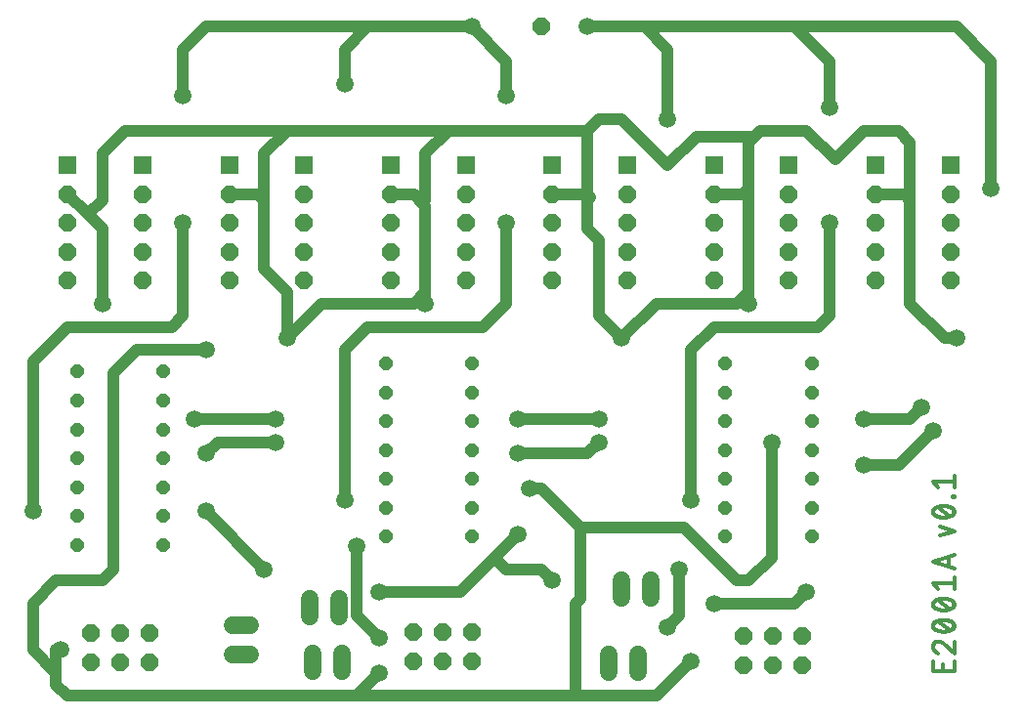
<source format=gbr>
G04 EAGLE Gerber RS-274X export*
G75*
%MOMM*%
%FSLAX34Y34*%
%LPD*%
%INTop Copper*%
%IPPOS*%
%AMOC8*
5,1,8,0,0,1.08239X$1,22.5*%
G01*
%ADD10C,0.355600*%
%ADD11C,1.524000*%
%ADD12P,1.649562X8X22.500000*%
%ADD13P,1.199288X8X22.500000*%
%ADD14R,1.508000X1.508000*%
%ADD15P,1.632244X8X22.500000*%
%ADD16C,1.500000*%
%ADD17C,1.016000*%


D10*
X878222Y89906D02*
X878222Y81778D01*
X859934Y81778D01*
X859934Y89906D01*
X868062Y87874D02*
X868062Y81778D01*
X859934Y102762D02*
X859936Y102895D01*
X859942Y103028D01*
X859951Y103160D01*
X859965Y103293D01*
X859982Y103425D01*
X860003Y103556D01*
X860028Y103687D01*
X860057Y103816D01*
X860090Y103945D01*
X860126Y104073D01*
X860166Y104200D01*
X860210Y104326D01*
X860257Y104450D01*
X860308Y104573D01*
X860362Y104694D01*
X860420Y104814D01*
X860482Y104932D01*
X860547Y105048D01*
X860615Y105162D01*
X860686Y105274D01*
X860761Y105384D01*
X860839Y105492D01*
X860920Y105598D01*
X861004Y105701D01*
X861091Y105801D01*
X861180Y105899D01*
X861273Y105995D01*
X861369Y106088D01*
X861467Y106177D01*
X861567Y106264D01*
X861670Y106348D01*
X861776Y106429D01*
X861884Y106507D01*
X861994Y106582D01*
X862106Y106653D01*
X862220Y106721D01*
X862336Y106786D01*
X862454Y106848D01*
X862574Y106906D01*
X862695Y106960D01*
X862818Y107011D01*
X862942Y107058D01*
X863068Y107102D01*
X863195Y107142D01*
X863323Y107178D01*
X863452Y107211D01*
X863581Y107240D01*
X863712Y107265D01*
X863843Y107286D01*
X863975Y107303D01*
X864108Y107317D01*
X864240Y107326D01*
X864373Y107332D01*
X864506Y107334D01*
X859934Y102762D02*
X859936Y102611D01*
X859942Y102461D01*
X859951Y102310D01*
X859965Y102160D01*
X859982Y102010D01*
X860004Y101861D01*
X860029Y101712D01*
X860057Y101564D01*
X860090Y101417D01*
X860126Y101271D01*
X860167Y101126D01*
X860210Y100981D01*
X860258Y100838D01*
X860309Y100697D01*
X860364Y100556D01*
X860422Y100417D01*
X860484Y100280D01*
X860550Y100144D01*
X860619Y100010D01*
X860691Y99878D01*
X860767Y99747D01*
X860846Y99619D01*
X860928Y99492D01*
X861014Y99368D01*
X861102Y99246D01*
X861194Y99127D01*
X861289Y99010D01*
X861387Y98895D01*
X861487Y98783D01*
X861591Y98673D01*
X861697Y98566D01*
X861806Y98462D01*
X861918Y98361D01*
X862032Y98262D01*
X862149Y98167D01*
X862268Y98075D01*
X862389Y97985D01*
X862513Y97899D01*
X862639Y97816D01*
X862767Y97737D01*
X862897Y97660D01*
X863029Y97587D01*
X863162Y97517D01*
X863298Y97451D01*
X863435Y97389D01*
X863574Y97330D01*
X863714Y97274D01*
X863855Y97222D01*
X863998Y97174D01*
X868062Y105811D02*
X867966Y105909D01*
X867868Y106004D01*
X867766Y106097D01*
X867663Y106186D01*
X867556Y106273D01*
X867448Y106357D01*
X867337Y106437D01*
X867224Y106515D01*
X867108Y106589D01*
X866991Y106660D01*
X866872Y106728D01*
X866751Y106792D01*
X866628Y106853D01*
X866503Y106910D01*
X866377Y106964D01*
X866250Y107015D01*
X866121Y107062D01*
X865991Y107105D01*
X865860Y107145D01*
X865727Y107181D01*
X865594Y107213D01*
X865460Y107241D01*
X865325Y107266D01*
X865189Y107287D01*
X865053Y107304D01*
X864917Y107318D01*
X864780Y107327D01*
X864643Y107333D01*
X864506Y107335D01*
X868062Y105810D02*
X878222Y97174D01*
X878222Y107334D01*
X869078Y115712D02*
X868718Y115716D01*
X868359Y115729D01*
X868000Y115751D01*
X867641Y115781D01*
X867283Y115819D01*
X866927Y115866D01*
X866571Y115922D01*
X866217Y115986D01*
X865865Y116059D01*
X865514Y116139D01*
X865166Y116229D01*
X864819Y116326D01*
X864475Y116432D01*
X864134Y116546D01*
X863796Y116668D01*
X863460Y116798D01*
X863128Y116936D01*
X862799Y117082D01*
X862474Y117236D01*
X862474Y117237D02*
X862361Y117278D01*
X862250Y117322D01*
X862141Y117370D01*
X862033Y117421D01*
X861926Y117475D01*
X861822Y117533D01*
X861719Y117594D01*
X861618Y117659D01*
X861519Y117726D01*
X861423Y117797D01*
X861329Y117871D01*
X861237Y117947D01*
X861148Y118027D01*
X861061Y118109D01*
X860977Y118194D01*
X860896Y118282D01*
X860817Y118372D01*
X860742Y118465D01*
X860669Y118560D01*
X860600Y118657D01*
X860533Y118756D01*
X860470Y118858D01*
X860410Y118961D01*
X860354Y119067D01*
X860301Y119174D01*
X860251Y119283D01*
X860205Y119393D01*
X860162Y119504D01*
X860123Y119617D01*
X860087Y119732D01*
X860055Y119847D01*
X860027Y119963D01*
X860002Y120080D01*
X859981Y120198D01*
X859964Y120316D01*
X859951Y120435D01*
X859942Y120554D01*
X859936Y120673D01*
X859934Y120793D01*
X859936Y120913D01*
X859942Y121032D01*
X859951Y121151D01*
X859964Y121270D01*
X859981Y121388D01*
X860002Y121506D01*
X860027Y121623D01*
X860055Y121739D01*
X860087Y121854D01*
X860123Y121969D01*
X860162Y122082D01*
X860205Y122193D01*
X860251Y122303D01*
X860301Y122412D01*
X860354Y122519D01*
X860410Y122625D01*
X860470Y122728D01*
X860533Y122830D01*
X860600Y122929D01*
X860669Y123026D01*
X860742Y123121D01*
X860817Y123214D01*
X860896Y123304D01*
X860977Y123392D01*
X861061Y123477D01*
X861148Y123559D01*
X861237Y123639D01*
X861329Y123715D01*
X861423Y123789D01*
X861519Y123860D01*
X861618Y123927D01*
X861719Y123992D01*
X861822Y124053D01*
X861926Y124111D01*
X862033Y124165D01*
X862141Y124216D01*
X862250Y124264D01*
X862361Y124308D01*
X862474Y124349D01*
X862799Y124503D01*
X863128Y124649D01*
X863460Y124787D01*
X863796Y124917D01*
X864134Y125039D01*
X864475Y125153D01*
X864819Y125259D01*
X865166Y125356D01*
X865514Y125446D01*
X865865Y125526D01*
X866217Y125599D01*
X866571Y125663D01*
X866927Y125719D01*
X867283Y125766D01*
X867641Y125804D01*
X868000Y125834D01*
X868359Y125856D01*
X868718Y125869D01*
X869078Y125873D01*
X869078Y115712D02*
X869438Y115716D01*
X869797Y115729D01*
X870156Y115751D01*
X870515Y115781D01*
X870873Y115819D01*
X871229Y115866D01*
X871585Y115922D01*
X871939Y115986D01*
X872291Y116059D01*
X872642Y116139D01*
X872990Y116229D01*
X873337Y116326D01*
X873681Y116432D01*
X874022Y116546D01*
X874360Y116668D01*
X874696Y116798D01*
X875028Y116936D01*
X875357Y117082D01*
X875682Y117236D01*
X875682Y117237D02*
X875795Y117278D01*
X875906Y117322D01*
X876015Y117370D01*
X876123Y117421D01*
X876230Y117475D01*
X876334Y117533D01*
X876437Y117594D01*
X876538Y117659D01*
X876637Y117726D01*
X876733Y117797D01*
X876827Y117871D01*
X876919Y117947D01*
X877008Y118027D01*
X877095Y118109D01*
X877179Y118194D01*
X877260Y118282D01*
X877339Y118372D01*
X877414Y118465D01*
X877487Y118560D01*
X877556Y118657D01*
X877623Y118756D01*
X877686Y118858D01*
X877746Y118961D01*
X877802Y119067D01*
X877855Y119174D01*
X877905Y119283D01*
X877951Y119393D01*
X877994Y119504D01*
X878033Y119617D01*
X878069Y119732D01*
X878101Y119847D01*
X878129Y119963D01*
X878154Y120080D01*
X878175Y120198D01*
X878192Y120316D01*
X878205Y120435D01*
X878214Y120554D01*
X878220Y120673D01*
X878222Y120793D01*
X875682Y124349D02*
X875357Y124503D01*
X875028Y124649D01*
X874696Y124787D01*
X874360Y124917D01*
X874022Y125039D01*
X873681Y125153D01*
X873337Y125259D01*
X872990Y125356D01*
X872642Y125446D01*
X872291Y125526D01*
X871939Y125599D01*
X871585Y125663D01*
X871229Y125719D01*
X870873Y125766D01*
X870515Y125804D01*
X870156Y125834D01*
X869797Y125856D01*
X869438Y125869D01*
X869078Y125873D01*
X875682Y124349D02*
X875795Y124308D01*
X875906Y124264D01*
X876015Y124216D01*
X876123Y124165D01*
X876230Y124111D01*
X876334Y124053D01*
X876437Y123992D01*
X876538Y123927D01*
X876637Y123860D01*
X876733Y123789D01*
X876827Y123715D01*
X876919Y123639D01*
X877008Y123559D01*
X877095Y123477D01*
X877179Y123392D01*
X877260Y123304D01*
X877339Y123214D01*
X877414Y123121D01*
X877487Y123026D01*
X877556Y122929D01*
X877623Y122830D01*
X877686Y122728D01*
X877746Y122625D01*
X877802Y122519D01*
X877855Y122412D01*
X877905Y122303D01*
X877951Y122193D01*
X877994Y122082D01*
X878033Y121969D01*
X878069Y121854D01*
X878101Y121739D01*
X878129Y121623D01*
X878154Y121506D01*
X878175Y121388D01*
X878192Y121270D01*
X878205Y121151D01*
X878214Y121032D01*
X878220Y120913D01*
X878222Y120793D01*
X874158Y116729D02*
X863998Y124857D01*
X869078Y134251D02*
X868718Y134255D01*
X868359Y134268D01*
X868000Y134290D01*
X867641Y134320D01*
X867283Y134358D01*
X866927Y134405D01*
X866571Y134461D01*
X866217Y134525D01*
X865865Y134598D01*
X865514Y134678D01*
X865166Y134768D01*
X864819Y134865D01*
X864475Y134971D01*
X864134Y135085D01*
X863796Y135207D01*
X863460Y135337D01*
X863128Y135475D01*
X862799Y135621D01*
X862474Y135775D01*
X862361Y135816D01*
X862250Y135860D01*
X862141Y135908D01*
X862033Y135959D01*
X861926Y136013D01*
X861822Y136071D01*
X861719Y136132D01*
X861618Y136197D01*
X861519Y136264D01*
X861423Y136335D01*
X861329Y136409D01*
X861237Y136485D01*
X861148Y136565D01*
X861061Y136647D01*
X860977Y136732D01*
X860896Y136820D01*
X860817Y136910D01*
X860742Y137003D01*
X860669Y137098D01*
X860600Y137195D01*
X860533Y137294D01*
X860470Y137396D01*
X860410Y137499D01*
X860354Y137605D01*
X860301Y137712D01*
X860251Y137821D01*
X860205Y137931D01*
X860162Y138042D01*
X860123Y138155D01*
X860087Y138270D01*
X860055Y138385D01*
X860027Y138501D01*
X860002Y138618D01*
X859981Y138736D01*
X859964Y138854D01*
X859951Y138973D01*
X859942Y139092D01*
X859936Y139211D01*
X859934Y139331D01*
X859936Y139451D01*
X859942Y139570D01*
X859951Y139689D01*
X859964Y139808D01*
X859981Y139926D01*
X860002Y140044D01*
X860027Y140161D01*
X860055Y140277D01*
X860087Y140392D01*
X860123Y140507D01*
X860162Y140620D01*
X860205Y140731D01*
X860251Y140841D01*
X860301Y140950D01*
X860354Y141057D01*
X860410Y141163D01*
X860470Y141266D01*
X860533Y141368D01*
X860600Y141467D01*
X860669Y141564D01*
X860742Y141659D01*
X860817Y141752D01*
X860896Y141842D01*
X860977Y141930D01*
X861061Y142015D01*
X861148Y142097D01*
X861237Y142177D01*
X861329Y142253D01*
X861423Y142327D01*
X861519Y142398D01*
X861618Y142465D01*
X861719Y142530D01*
X861822Y142591D01*
X861926Y142649D01*
X862033Y142703D01*
X862141Y142754D01*
X862250Y142802D01*
X862361Y142846D01*
X862474Y142887D01*
X862799Y143041D01*
X863128Y143187D01*
X863460Y143325D01*
X863796Y143455D01*
X864134Y143577D01*
X864475Y143691D01*
X864819Y143797D01*
X865166Y143894D01*
X865514Y143984D01*
X865865Y144064D01*
X866217Y144137D01*
X866571Y144201D01*
X866927Y144257D01*
X867283Y144304D01*
X867641Y144342D01*
X868000Y144372D01*
X868359Y144394D01*
X868718Y144407D01*
X869078Y144411D01*
X869078Y134251D02*
X869438Y134255D01*
X869797Y134268D01*
X870156Y134290D01*
X870515Y134320D01*
X870873Y134358D01*
X871229Y134405D01*
X871585Y134461D01*
X871939Y134525D01*
X872291Y134598D01*
X872642Y134678D01*
X872990Y134768D01*
X873337Y134865D01*
X873681Y134971D01*
X874022Y135085D01*
X874360Y135207D01*
X874696Y135337D01*
X875028Y135475D01*
X875357Y135621D01*
X875682Y135775D01*
X875795Y135816D01*
X875906Y135860D01*
X876015Y135908D01*
X876123Y135959D01*
X876230Y136013D01*
X876334Y136071D01*
X876437Y136132D01*
X876538Y136197D01*
X876637Y136264D01*
X876733Y136335D01*
X876827Y136409D01*
X876919Y136485D01*
X877008Y136565D01*
X877095Y136647D01*
X877179Y136732D01*
X877260Y136820D01*
X877339Y136910D01*
X877414Y137003D01*
X877487Y137098D01*
X877556Y137195D01*
X877623Y137294D01*
X877686Y137396D01*
X877746Y137499D01*
X877802Y137605D01*
X877855Y137712D01*
X877905Y137821D01*
X877951Y137931D01*
X877994Y138042D01*
X878033Y138155D01*
X878069Y138270D01*
X878101Y138385D01*
X878129Y138501D01*
X878154Y138618D01*
X878175Y138736D01*
X878192Y138854D01*
X878205Y138973D01*
X878214Y139092D01*
X878220Y139211D01*
X878222Y139331D01*
X875682Y142887D02*
X875357Y143041D01*
X875028Y143187D01*
X874696Y143325D01*
X874360Y143455D01*
X874022Y143577D01*
X873681Y143691D01*
X873337Y143797D01*
X872990Y143894D01*
X872642Y143984D01*
X872291Y144064D01*
X871939Y144137D01*
X871585Y144201D01*
X871229Y144257D01*
X870873Y144304D01*
X870515Y144342D01*
X870156Y144372D01*
X869797Y144394D01*
X869438Y144407D01*
X869078Y144411D01*
X875682Y142887D02*
X875795Y142846D01*
X875906Y142802D01*
X876015Y142754D01*
X876123Y142703D01*
X876230Y142649D01*
X876334Y142591D01*
X876437Y142530D01*
X876538Y142465D01*
X876637Y142398D01*
X876733Y142327D01*
X876827Y142253D01*
X876919Y142177D01*
X877008Y142097D01*
X877095Y142015D01*
X877179Y141930D01*
X877260Y141842D01*
X877339Y141752D01*
X877414Y141659D01*
X877487Y141564D01*
X877556Y141467D01*
X877623Y141368D01*
X877686Y141266D01*
X877746Y141163D01*
X877802Y141057D01*
X877855Y140950D01*
X877905Y140841D01*
X877951Y140731D01*
X877994Y140620D01*
X878033Y140507D01*
X878069Y140392D01*
X878101Y140277D01*
X878129Y140161D01*
X878154Y140044D01*
X878175Y139926D01*
X878192Y139808D01*
X878205Y139689D01*
X878214Y139570D01*
X878220Y139451D01*
X878222Y139331D01*
X874158Y135267D02*
X863998Y143395D01*
X863998Y152789D02*
X859934Y157869D01*
X878222Y157869D01*
X878222Y152789D02*
X878222Y162949D01*
X878222Y170312D02*
X859934Y176408D01*
X878222Y182504D01*
X873650Y180980D02*
X873650Y171836D01*
X866030Y198915D02*
X878222Y202979D01*
X866030Y207043D01*
X869078Y214583D02*
X868718Y214587D01*
X868359Y214600D01*
X868000Y214622D01*
X867641Y214652D01*
X867283Y214690D01*
X866927Y214737D01*
X866571Y214793D01*
X866217Y214857D01*
X865865Y214930D01*
X865514Y215010D01*
X865166Y215100D01*
X864819Y215197D01*
X864475Y215303D01*
X864134Y215417D01*
X863796Y215539D01*
X863460Y215669D01*
X863128Y215807D01*
X862799Y215953D01*
X862474Y216107D01*
X862474Y216108D02*
X862361Y216149D01*
X862250Y216193D01*
X862141Y216241D01*
X862033Y216292D01*
X861926Y216346D01*
X861822Y216404D01*
X861719Y216465D01*
X861618Y216530D01*
X861519Y216597D01*
X861423Y216668D01*
X861329Y216742D01*
X861237Y216818D01*
X861148Y216898D01*
X861061Y216980D01*
X860977Y217065D01*
X860896Y217153D01*
X860817Y217243D01*
X860742Y217336D01*
X860669Y217431D01*
X860600Y217528D01*
X860533Y217627D01*
X860470Y217729D01*
X860410Y217832D01*
X860354Y217938D01*
X860301Y218045D01*
X860251Y218154D01*
X860205Y218264D01*
X860162Y218375D01*
X860123Y218488D01*
X860087Y218603D01*
X860055Y218718D01*
X860027Y218834D01*
X860002Y218951D01*
X859981Y219069D01*
X859964Y219187D01*
X859951Y219306D01*
X859942Y219425D01*
X859936Y219544D01*
X859934Y219664D01*
X859936Y219784D01*
X859942Y219903D01*
X859951Y220022D01*
X859964Y220141D01*
X859981Y220259D01*
X860002Y220377D01*
X860027Y220494D01*
X860055Y220610D01*
X860087Y220725D01*
X860123Y220840D01*
X860162Y220953D01*
X860205Y221064D01*
X860251Y221174D01*
X860301Y221283D01*
X860354Y221390D01*
X860410Y221496D01*
X860470Y221599D01*
X860533Y221701D01*
X860600Y221800D01*
X860669Y221897D01*
X860742Y221992D01*
X860817Y222085D01*
X860896Y222175D01*
X860977Y222263D01*
X861061Y222348D01*
X861148Y222430D01*
X861237Y222510D01*
X861329Y222586D01*
X861423Y222660D01*
X861519Y222731D01*
X861618Y222798D01*
X861719Y222863D01*
X861822Y222924D01*
X861926Y222982D01*
X862033Y223036D01*
X862141Y223087D01*
X862250Y223135D01*
X862361Y223179D01*
X862474Y223220D01*
X862799Y223374D01*
X863128Y223520D01*
X863460Y223658D01*
X863796Y223788D01*
X864134Y223910D01*
X864475Y224024D01*
X864819Y224130D01*
X865166Y224227D01*
X865514Y224317D01*
X865865Y224397D01*
X866217Y224470D01*
X866571Y224534D01*
X866927Y224590D01*
X867283Y224637D01*
X867641Y224675D01*
X868000Y224705D01*
X868359Y224727D01*
X868718Y224740D01*
X869078Y224744D01*
X869078Y214583D02*
X869438Y214587D01*
X869797Y214600D01*
X870156Y214622D01*
X870515Y214652D01*
X870873Y214690D01*
X871229Y214737D01*
X871585Y214793D01*
X871939Y214857D01*
X872291Y214930D01*
X872642Y215010D01*
X872990Y215100D01*
X873337Y215197D01*
X873681Y215303D01*
X874022Y215417D01*
X874360Y215539D01*
X874696Y215669D01*
X875028Y215807D01*
X875357Y215953D01*
X875682Y216107D01*
X875682Y216108D02*
X875795Y216149D01*
X875906Y216193D01*
X876015Y216241D01*
X876123Y216292D01*
X876230Y216346D01*
X876334Y216404D01*
X876437Y216465D01*
X876538Y216530D01*
X876637Y216597D01*
X876733Y216668D01*
X876827Y216742D01*
X876919Y216818D01*
X877008Y216898D01*
X877095Y216980D01*
X877179Y217065D01*
X877260Y217153D01*
X877339Y217243D01*
X877414Y217336D01*
X877487Y217431D01*
X877556Y217528D01*
X877623Y217627D01*
X877686Y217729D01*
X877746Y217832D01*
X877802Y217938D01*
X877855Y218045D01*
X877905Y218154D01*
X877951Y218264D01*
X877994Y218375D01*
X878033Y218488D01*
X878069Y218603D01*
X878101Y218718D01*
X878129Y218834D01*
X878154Y218951D01*
X878175Y219069D01*
X878192Y219187D01*
X878205Y219306D01*
X878214Y219425D01*
X878220Y219544D01*
X878222Y219664D01*
X875682Y223220D02*
X875357Y223374D01*
X875028Y223520D01*
X874696Y223658D01*
X874360Y223788D01*
X874022Y223910D01*
X873681Y224024D01*
X873337Y224130D01*
X872990Y224227D01*
X872642Y224317D01*
X872291Y224397D01*
X871939Y224470D01*
X871585Y224534D01*
X871229Y224590D01*
X870873Y224637D01*
X870515Y224675D01*
X870156Y224705D01*
X869797Y224727D01*
X869438Y224740D01*
X869078Y224744D01*
X875682Y223220D02*
X875795Y223179D01*
X875906Y223135D01*
X876015Y223087D01*
X876123Y223036D01*
X876230Y222982D01*
X876334Y222924D01*
X876437Y222863D01*
X876538Y222798D01*
X876637Y222731D01*
X876733Y222660D01*
X876827Y222586D01*
X876919Y222510D01*
X877008Y222430D01*
X877095Y222348D01*
X877179Y222263D01*
X877260Y222175D01*
X877339Y222085D01*
X877414Y221992D01*
X877487Y221897D01*
X877556Y221800D01*
X877623Y221701D01*
X877686Y221599D01*
X877746Y221496D01*
X877802Y221390D01*
X877855Y221283D01*
X877905Y221174D01*
X877951Y221064D01*
X877994Y220953D01*
X878033Y220840D01*
X878069Y220725D01*
X878101Y220610D01*
X878129Y220494D01*
X878154Y220377D01*
X878175Y220259D01*
X878192Y220141D01*
X878205Y220022D01*
X878214Y219903D01*
X878220Y219784D01*
X878222Y219664D01*
X874158Y215600D02*
X863998Y223728D01*
X877206Y232133D02*
X878222Y232133D01*
X877206Y232133D02*
X877206Y233149D01*
X878222Y233149D01*
X878222Y232133D01*
X863998Y240537D02*
X859934Y245617D01*
X878222Y245617D01*
X878222Y240537D02*
X878222Y250697D01*
D11*
X268120Y121600D02*
X252880Y121600D01*
X252880Y96200D02*
X268120Y96200D01*
D12*
X409200Y89900D03*
X409200Y115300D03*
X434600Y89900D03*
X434600Y115300D03*
X460000Y89900D03*
X460000Y115300D03*
X130300Y88900D03*
X130300Y114300D03*
X155700Y88900D03*
X155700Y114300D03*
X181100Y88900D03*
X181100Y114300D03*
D11*
X615100Y144880D02*
X615100Y160120D01*
X589700Y160120D02*
X589700Y144880D01*
X344800Y144620D02*
X344800Y129380D01*
X319400Y129380D02*
X319400Y144620D01*
D12*
X695400Y86900D03*
X695400Y112300D03*
X720800Y86900D03*
X720800Y112300D03*
X746200Y86900D03*
X746200Y112300D03*
D11*
X322300Y97120D02*
X322300Y81880D01*
X347700Y81880D02*
X347700Y97120D01*
X579000Y96120D02*
X579000Y80880D01*
X604400Y80880D02*
X604400Y96120D01*
D13*
X118100Y341100D03*
X193100Y341100D03*
X118100Y316100D03*
X118100Y291100D03*
X118100Y266100D03*
X118100Y241100D03*
X118100Y216100D03*
X118100Y191100D03*
X193100Y316100D03*
X193100Y291100D03*
X193100Y266100D03*
X193100Y241100D03*
X193100Y216100D03*
X193100Y191100D03*
D14*
X670000Y520000D03*
X735000Y520000D03*
D15*
X670000Y495000D03*
X735000Y495000D03*
X670000Y470000D03*
X735000Y470000D03*
X670000Y445000D03*
X735000Y445000D03*
X670000Y420000D03*
X735000Y420000D03*
D13*
X679900Y348100D03*
X754900Y348100D03*
X679900Y323100D03*
X679900Y298100D03*
X679900Y273100D03*
X679900Y248100D03*
X679900Y223100D03*
X679900Y198100D03*
X754900Y323100D03*
X754900Y298100D03*
X754900Y273100D03*
X754900Y248100D03*
X754900Y223100D03*
X754900Y198100D03*
D14*
X810000Y520000D03*
X875000Y520000D03*
D15*
X810000Y495000D03*
X875000Y495000D03*
X810000Y470000D03*
X875000Y470000D03*
X810000Y445000D03*
X875000Y445000D03*
X810000Y420000D03*
X875000Y420000D03*
D14*
X390000Y520000D03*
X455000Y520000D03*
D15*
X390000Y495000D03*
X455000Y495000D03*
X390000Y470000D03*
X455000Y470000D03*
X390000Y445000D03*
X455000Y445000D03*
X390000Y420000D03*
X455000Y420000D03*
D14*
X530000Y520000D03*
X595000Y520000D03*
D15*
X530000Y495000D03*
X595000Y495000D03*
X530000Y470000D03*
X595000Y470000D03*
X530000Y445000D03*
X595000Y445000D03*
X530000Y420000D03*
X595000Y420000D03*
D14*
X110000Y520000D03*
X175000Y520000D03*
D15*
X110000Y495000D03*
X175000Y495000D03*
X110000Y470000D03*
X175000Y470000D03*
X110000Y445000D03*
X175000Y445000D03*
X110000Y420000D03*
X175000Y420000D03*
D14*
X250000Y520000D03*
X315000Y520000D03*
D15*
X250000Y495000D03*
X315000Y495000D03*
X250000Y470000D03*
X315000Y470000D03*
X250000Y445000D03*
X315000Y445000D03*
X250000Y420000D03*
X315000Y420000D03*
D13*
X385500Y348100D03*
X460500Y348100D03*
X385500Y323100D03*
X385500Y298100D03*
X385500Y273100D03*
X385500Y248100D03*
X385500Y223100D03*
X385500Y198100D03*
X460500Y323100D03*
X460500Y298100D03*
X460500Y273100D03*
X460500Y248100D03*
X460500Y223100D03*
X460500Y198100D03*
D12*
X520000Y640000D03*
D16*
X380000Y80000D03*
D17*
X360000Y60000D01*
X110000Y60000D01*
X100000Y70000D01*
X100000Y80000D01*
X100000Y100000D01*
X104104Y100000D01*
D16*
X104104Y100000D03*
D17*
X360000Y60000D02*
X550000Y60000D01*
X620000Y60000D01*
X650000Y90000D01*
D16*
X650000Y90000D03*
X510000Y240000D03*
D17*
X520000Y240000D01*
X554104Y144158D02*
X550000Y140054D01*
X550000Y60000D01*
X554104Y205896D02*
X520000Y240000D01*
X554104Y205896D02*
X554104Y144158D01*
D16*
X230000Y360000D03*
D17*
X170000Y360000D01*
X150000Y340000D01*
X150000Y170000D01*
X140000Y160000D01*
X100000Y160000D01*
X80000Y140000D01*
X80000Y100000D01*
X100000Y80000D01*
D16*
X720000Y280000D03*
D17*
X720000Y180000D01*
X700000Y160000D01*
X690000Y160000D01*
X644104Y205896D02*
X554104Y205896D01*
X644104Y205896D02*
X690000Y160000D01*
D16*
X140000Y400000D03*
D17*
X140000Y465000D01*
X127500Y477500D01*
X110000Y495000D01*
D16*
X420000Y400000D03*
D17*
X420000Y410000D01*
X420000Y485000D01*
X417500Y487500D01*
X410000Y495000D01*
X390000Y495000D01*
D16*
X700000Y400000D03*
D17*
X695000Y495000D02*
X700000Y500000D01*
X695000Y495000D02*
X670000Y495000D01*
X700000Y410000D02*
X700000Y400000D01*
D16*
X590000Y370000D03*
D17*
X620000Y400000D01*
X690000Y400000D02*
X700000Y410000D01*
X690000Y400000D02*
X620000Y400000D01*
D16*
X300000Y370000D03*
D17*
X330000Y400000D01*
X410000Y400000D02*
X420000Y410000D01*
X410000Y400000D02*
X330000Y400000D01*
D16*
X880000Y370000D03*
D17*
X870000Y370000D01*
X840000Y400000D01*
X840000Y490000D01*
X835000Y495000D01*
X810000Y495000D01*
X590000Y370000D02*
X570000Y390000D01*
X570000Y455000D02*
X560000Y465000D01*
X562500Y492500D02*
X560000Y495000D01*
X530000Y495000D01*
X570000Y455000D02*
X570000Y390000D01*
X300000Y370000D02*
X300000Y410000D01*
X280000Y430000D01*
X280000Y490000D01*
X275000Y495000D01*
X250000Y495000D01*
X700000Y500000D02*
X700000Y410000D01*
X700000Y500000D02*
X700000Y540000D01*
X705000Y545000D01*
X710000Y550000D01*
X750000Y550000D01*
X775000Y525000D01*
X560000Y550000D02*
X560000Y465000D01*
X560000Y550000D02*
X570000Y560000D01*
X590000Y560000D01*
X630000Y520000D01*
X655000Y545000D02*
X705000Y545000D01*
X655000Y545000D02*
X630000Y520000D01*
X420000Y490000D02*
X417500Y487500D01*
X420000Y490000D02*
X420000Y530000D01*
X440000Y550000D01*
X560000Y550000D01*
X280000Y530000D02*
X280000Y490000D01*
X300000Y550000D02*
X440000Y550000D01*
X300000Y550000D02*
X280000Y530000D01*
X140000Y490000D02*
X127500Y477500D01*
X140000Y490000D02*
X140000Y530000D01*
X160000Y550000D01*
X300000Y550000D01*
X775000Y525000D02*
X800000Y550000D01*
X830000Y550000D01*
X840000Y540000D01*
X840000Y490000D01*
D16*
X380000Y110000D03*
D17*
X360000Y130000D01*
X360000Y190000D01*
D16*
X360000Y190000D03*
X380000Y150000D03*
D17*
X450000Y150000D01*
X480000Y180000D01*
D16*
X500000Y200000D03*
D17*
X480000Y180000D01*
D16*
X530000Y160000D03*
D17*
X520000Y170000D01*
X490000Y170000D01*
X480000Y180000D01*
D16*
X230000Y220000D03*
D17*
X280000Y170000D01*
D16*
X280000Y170000D03*
X640000Y170000D03*
D17*
X640000Y130000D01*
X630000Y120000D01*
D16*
X630000Y120000D03*
X670000Y140000D03*
D17*
X740000Y140000D02*
X750000Y150000D01*
X740000Y140000D02*
X670000Y140000D01*
D16*
X750000Y150000D03*
X770000Y470000D03*
D17*
X770000Y390000D01*
X760000Y380000D01*
X670000Y380000D02*
X650000Y360000D01*
X650000Y230000D01*
D16*
X650000Y230000D03*
D17*
X670000Y380000D02*
X760000Y380000D01*
D16*
X490000Y470000D03*
D17*
X490000Y400000D01*
X470000Y380000D01*
X370000Y380000D01*
X350000Y360000D01*
X350000Y230000D01*
D16*
X350000Y230000D03*
X210000Y470000D03*
D17*
X210000Y390000D01*
X200000Y380000D02*
X110000Y380000D01*
X80000Y350000D01*
D16*
X80000Y220000D03*
D17*
X200000Y380000D02*
X210000Y390000D01*
X80000Y350000D02*
X80000Y220000D01*
D16*
X630000Y560000D03*
D17*
X630000Y620000D01*
X610000Y640000D01*
X560000Y640000D01*
D16*
X560000Y640000D03*
X770000Y570000D03*
D17*
X770000Y610000D01*
X740000Y640000D01*
X610000Y640000D01*
D16*
X910000Y500000D03*
D17*
X910000Y610000D01*
X880000Y640000D01*
X740000Y640000D01*
D16*
X490000Y580000D03*
D17*
X490000Y610000D02*
X460000Y640000D01*
D16*
X460000Y640000D03*
D17*
X490000Y610000D02*
X490000Y580000D01*
D16*
X350000Y590000D03*
D17*
X350000Y620000D01*
X370000Y640000D01*
X460000Y640000D01*
D16*
X210000Y580000D03*
D17*
X210000Y620000D01*
X230000Y640000D01*
X370000Y640000D01*
D16*
X850000Y310000D03*
D17*
X840000Y300000D01*
X800000Y300000D01*
D16*
X800000Y300000D03*
X860000Y290000D03*
D17*
X830000Y260000D01*
X800000Y260000D01*
D16*
X800000Y260000D03*
X570000Y300000D03*
D17*
X500000Y300000D01*
D16*
X500000Y300000D03*
X570000Y280000D03*
D17*
X560000Y270000D01*
X500000Y270000D01*
D16*
X500000Y270000D03*
X290000Y300000D03*
D17*
X220000Y300000D01*
D16*
X220000Y300000D03*
X290000Y280000D03*
D17*
X240000Y280000D01*
X230000Y270000D01*
D16*
X230000Y270000D03*
M02*

</source>
